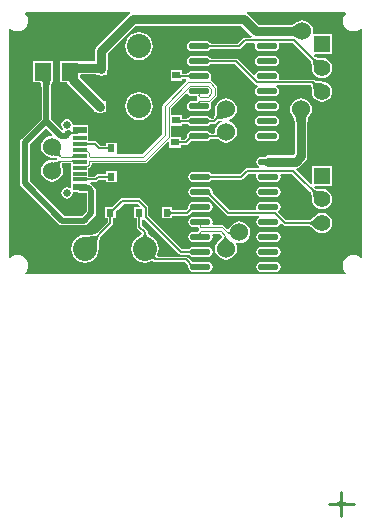
<source format=gtl>
G04*
G04 #@! TF.GenerationSoftware,Altium Limited,Altium Designer,22.0.2 (36)*
G04*
G04 Layer_Physical_Order=1*
G04 Layer_Color=255*
%FSLAX24Y24*%
%MOIN*%
G70*
G04*
G04 #@! TF.SameCoordinates,46051EB8-178F-4A71-8072-0C991FAB0142*
G04*
G04*
G04 #@! TF.FilePolarity,Positive*
G04*
G01*
G75*
%ADD10C,0.0060*%
%ADD14C,0.0100*%
%ADD15R,0.0256X0.0236*%
%ADD16O,0.0687X0.0220*%
%ADD17R,0.0236X0.0256*%
%ADD18R,0.0453X0.0236*%
%ADD19R,0.0453X0.0118*%
%ADD20R,0.0526X0.0591*%
%ADD34C,0.0300*%
%ADD35C,0.0200*%
%ADD36C,0.0040*%
%ADD37C,0.0800*%
%ADD38C,0.0600*%
%ADD39C,0.0551*%
%ADD40R,0.0551X0.0551*%
%ADD41C,0.0256*%
%ADD42O,0.0709X0.0394*%
%ADD43O,0.0827X0.0394*%
G36*
X9686Y7990D02*
X9673Y8001D01*
X9658Y8012D01*
X9641Y8021D01*
X9621Y8028D01*
X9600Y8035D01*
X9576Y8040D01*
X9551Y8045D01*
X9523Y8048D01*
X9460Y8050D01*
Y8350D01*
X9492Y8351D01*
X9551Y8355D01*
X9576Y8360D01*
X9600Y8365D01*
X9621Y8372D01*
X9641Y8379D01*
X9658Y8388D01*
X9673Y8399D01*
X9686Y8410D01*
Y7990D01*
D02*
G37*
G36*
X11346Y8788D02*
X11298Y8725D01*
X11263Y8640D01*
X11251Y8550D01*
X11263Y8460D01*
X11298Y8375D01*
X11353Y8303D01*
X11425Y8248D01*
X11510Y8213D01*
X11600Y8201D01*
X11690Y8213D01*
X11775Y8248D01*
X11838Y8296D01*
X11888Y8282D01*
Y668D01*
X11838Y654D01*
X11775Y702D01*
X11690Y737D01*
X11600Y749D01*
X11510Y737D01*
X11425Y702D01*
X11353Y647D01*
X11298Y575D01*
X11263Y490D01*
X11251Y400D01*
X11263Y310D01*
X11298Y225D01*
X11349Y159D01*
X11337Y109D01*
X663D01*
X651Y159D01*
X702Y225D01*
X737Y310D01*
X749Y400D01*
X737Y490D01*
X702Y575D01*
X647Y647D01*
X575Y702D01*
X490Y737D01*
X400Y749D01*
X310Y737D01*
X225Y702D01*
X162Y654D01*
X112Y668D01*
Y8282D01*
X162Y8296D01*
X225Y8248D01*
X310Y8213D01*
X400Y8201D01*
X490Y8213D01*
X575Y8248D01*
X647Y8303D01*
X702Y8375D01*
X737Y8460D01*
X749Y8550D01*
X737Y8640D01*
X702Y8725D01*
X654Y8788D01*
X668Y8838D01*
X4138D01*
X4153Y8788D01*
X4099Y8751D01*
X3098Y7751D01*
X3049Y7701D01*
X3002Y7632D01*
X2986Y7550D01*
Y7194D01*
X2473D01*
Y7205D01*
X1827D01*
Y6495D01*
X2064D01*
X2065Y6490D01*
X2111Y6420D01*
X2962Y5570D01*
Y5507D01*
X3039D01*
X3068Y5487D01*
X3150Y5471D01*
X3232Y5487D01*
X3261Y5507D01*
X3338D01*
Y5588D01*
X3348Y5603D01*
X3364Y5685D01*
X3348Y5767D01*
X3338Y5781D01*
Y5863D01*
X3275D01*
X2477Y6661D01*
Y6737D01*
X2522Y6766D01*
X3012D01*
Y6757D01*
X3089D01*
X3118Y6737D01*
X3200Y6721D01*
X3282Y6737D01*
X3311Y6757D01*
X3388D01*
Y6838D01*
X3398Y6853D01*
X3414Y6935D01*
Y7461D01*
X4339Y8386D01*
X7861D01*
X8199Y8049D01*
X8209Y8042D01*
X8194Y7992D01*
X7993D01*
X7958Y7985D01*
X7928Y7965D01*
X7755Y7792D01*
X6857D01*
X6850Y7795D01*
X6837Y7795D01*
X6828Y7796D01*
X6824Y7796D01*
X6823Y7798D01*
X6820Y7805D01*
X6817Y7806D01*
X6806Y7823D01*
X6750Y7860D01*
X6683Y7873D01*
X6216D01*
X6150Y7860D01*
X6094Y7823D01*
X6056Y7766D01*
X6043Y7700D01*
X6056Y7634D01*
X6094Y7577D01*
X6150Y7540D01*
X6216Y7527D01*
X6683D01*
X6750Y7540D01*
X6806Y7577D01*
X6817Y7594D01*
X6820Y7595D01*
X6823Y7602D01*
X6823Y7603D01*
X6838Y7605D01*
X6850Y7605D01*
X6857Y7608D01*
X7793D01*
X7828Y7615D01*
X7858Y7635D01*
X8031Y7808D01*
X8292D01*
X8317Y7758D01*
X8305Y7700D01*
X8318Y7634D01*
X8356Y7577D01*
X8412Y7540D01*
X8479Y7527D01*
X8946D01*
X9012Y7540D01*
X9068Y7577D01*
X9106Y7634D01*
X9119Y7700D01*
X9107Y7758D01*
X9132Y7808D01*
X9587D01*
X10166Y7229D01*
X10168Y7223D01*
X10176Y7214D01*
X10181Y7205D01*
X10187Y7191D01*
X10193Y7173D01*
X10198Y7151D01*
X10202Y7125D01*
X10209Y7019D01*
X10210Y6978D01*
X10212Y6972D01*
X10223Y6887D01*
X10257Y6806D01*
X10311Y6736D01*
X10381Y6682D01*
X10462Y6648D01*
X10550Y6637D01*
X10638Y6648D01*
X10719Y6682D01*
X10789Y6736D01*
X10843Y6806D01*
X10877Y6887D01*
X10888Y6975D01*
X10877Y7063D01*
X10843Y7144D01*
X10789Y7214D01*
X10719Y7268D01*
X10638Y7302D01*
X10553Y7313D01*
X10547Y7315D01*
X10505Y7316D01*
X10467Y7317D01*
X10400Y7323D01*
X10374Y7327D01*
X10352Y7332D01*
X10334Y7338D01*
X10320Y7344D01*
X10311Y7349D01*
X10302Y7357D01*
X10295Y7376D01*
X10326Y7426D01*
X10885D01*
Y8098D01*
X10299D01*
X10256Y8148D01*
X10263Y8200D01*
X10251Y8294D01*
X10214Y8382D01*
X10157Y8457D01*
X10082Y8514D01*
X9994Y8551D01*
X9900Y8563D01*
X9806Y8551D01*
X9718Y8514D01*
X9648Y8460D01*
X9643Y8459D01*
X9633Y8450D01*
X9624Y8444D01*
X9613Y8438D01*
X9600Y8433D01*
X9583Y8428D01*
X9564Y8423D01*
X9543Y8420D01*
X9489Y8415D01*
X9459Y8415D01*
X9457Y8414D01*
X8439D01*
X8101Y8751D01*
X8047Y8788D01*
X8062Y8838D01*
X11332D01*
X11346Y8788D01*
D02*
G37*
G36*
X6774Y7754D02*
X6777Y7749D01*
X6780Y7744D01*
X6786Y7741D01*
X6792Y7737D01*
X6801Y7735D01*
X6810Y7733D01*
X6822Y7731D01*
X6835Y7730D01*
X6849Y7730D01*
Y7670D01*
X6835Y7670D01*
X6810Y7667D01*
X6801Y7665D01*
X6792Y7663D01*
X6786Y7659D01*
X6780Y7656D01*
X6777Y7651D01*
X6774Y7646D01*
X6774Y7641D01*
Y7759D01*
X6774Y7754D01*
D02*
G37*
G36*
X10274Y7296D02*
X10291Y7286D01*
X10311Y7277D01*
X10335Y7270D01*
X10362Y7263D01*
X10392Y7258D01*
X10463Y7252D01*
X10503Y7251D01*
X10547Y7250D01*
X10275Y6978D01*
X10274Y7022D01*
X10267Y7133D01*
X10262Y7163D01*
X10255Y7190D01*
X10248Y7214D01*
X10239Y7234D01*
X10229Y7251D01*
X10218Y7264D01*
X10261Y7307D01*
X10274Y7296D01*
D02*
G37*
G36*
X11251Y-7419D02*
X11254Y-7436D01*
X11259Y-7451D01*
X11266Y-7464D01*
X11275Y-7475D01*
X11286Y-7484D01*
X11299Y-7491D01*
X11314Y-7496D01*
X11331Y-7499D01*
X11350Y-7500D01*
Y-7600D01*
X11331Y-7601D01*
X11314Y-7604D01*
X11299Y-7609D01*
X11286Y-7616D01*
X11275Y-7625D01*
X11266Y-7636D01*
X11259Y-7649D01*
X11254Y-7664D01*
X11251Y-7681D01*
X11250Y-7700D01*
X11150D01*
X11149Y-7681D01*
X11146Y-7664D01*
X11141Y-7649D01*
X11134Y-7636D01*
X11125Y-7625D01*
X11114Y-7616D01*
X11101Y-7609D01*
X11086Y-7604D01*
X11069Y-7601D01*
X11050Y-7600D01*
Y-7500D01*
X11069Y-7499D01*
X11086Y-7496D01*
X11101Y-7491D01*
X11114Y-7484D01*
X11125Y-7475D01*
X11134Y-7464D01*
X11141Y-7451D01*
X11146Y-7436D01*
X11149Y-7419D01*
X11150Y-7400D01*
X11250D01*
X11251Y-7419D01*
D02*
G37*
%LPC*%
G36*
X4450Y8164D02*
X4330Y8148D01*
X4218Y8102D01*
X4122Y8028D01*
X4048Y7932D01*
X4002Y7820D01*
X3986Y7700D01*
X4002Y7580D01*
X4048Y7468D01*
X4122Y7372D01*
X4218Y7298D01*
X4330Y7252D01*
X4450Y7236D01*
X4570Y7252D01*
X4682Y7298D01*
X4778Y7372D01*
X4852Y7468D01*
X4898Y7580D01*
X4914Y7700D01*
X4898Y7820D01*
X4852Y7932D01*
X4778Y8028D01*
X4682Y8102D01*
X4570Y8148D01*
X4450Y8164D01*
D02*
G37*
G36*
X8946Y7373D02*
X8479D01*
X8412Y7360D01*
X8356Y7323D01*
X8318Y7266D01*
X8305Y7200D01*
X8318Y7134D01*
X8356Y7077D01*
X8412Y7040D01*
X8479Y7027D01*
X8946D01*
X9012Y7040D01*
X9068Y7077D01*
X9106Y7134D01*
X9119Y7200D01*
X9106Y7266D01*
X9068Y7323D01*
X9012Y7360D01*
X8946Y7373D01*
D02*
G37*
G36*
X6683D02*
X6216D01*
X6150Y7360D01*
X6094Y7323D01*
X6056Y7266D01*
X6043Y7200D01*
X6056Y7134D01*
X6094Y7077D01*
X6150Y7040D01*
X6216Y7027D01*
X6683D01*
X6750Y7040D01*
X6806Y7077D01*
X6817Y7094D01*
X6820Y7095D01*
X6823Y7102D01*
X6823Y7103D01*
X6838Y7105D01*
X6850Y7105D01*
X6857Y7108D01*
X7658D01*
X8331Y6435D01*
X8361Y6415D01*
X8396Y6408D01*
X8410Y6362D01*
X8409Y6358D01*
X8356Y6323D01*
X8318Y6266D01*
X8305Y6200D01*
X8318Y6134D01*
X8356Y6077D01*
X8412Y6040D01*
X8479Y6027D01*
X8946D01*
X9012Y6040D01*
X9068Y6077D01*
X9106Y6134D01*
X9119Y6200D01*
X9106Y6266D01*
X9068Y6323D01*
X9015Y6358D01*
X9014Y6362D01*
X9038Y6408D01*
X10185D01*
X10187Y6403D01*
X10193Y6385D01*
X10198Y6363D01*
X10202Y6337D01*
X10209Y6231D01*
X10210Y6190D01*
X10212Y6184D01*
X10223Y6099D01*
X10257Y6018D01*
X10311Y5948D01*
X10381Y5894D01*
X10462Y5860D01*
X10550Y5849D01*
X10638Y5860D01*
X10719Y5894D01*
X10789Y5948D01*
X10843Y6018D01*
X10877Y6099D01*
X10888Y6187D01*
X10877Y6275D01*
X10843Y6356D01*
X10789Y6426D01*
X10719Y6480D01*
X10638Y6514D01*
X10553Y6525D01*
X10547Y6527D01*
X10505Y6528D01*
X10467Y6529D01*
X10400Y6535D01*
X10374Y6539D01*
X10352Y6544D01*
X10334Y6550D01*
X10320Y6556D01*
X10311Y6561D01*
X10302Y6569D01*
X10291Y6572D01*
X10272Y6585D01*
X10237Y6592D01*
X9132D01*
X9107Y6642D01*
X9119Y6700D01*
X9106Y6766D01*
X9068Y6823D01*
X9012Y6860D01*
X8946Y6873D01*
X8479D01*
X8412Y6860D01*
X8356Y6823D01*
X8323Y6773D01*
X8270Y6755D01*
X7761Y7265D01*
X7731Y7285D01*
X7696Y7292D01*
X6857D01*
X6850Y7295D01*
X6837Y7295D01*
X6828Y7296D01*
X6824Y7296D01*
X6823Y7298D01*
X6820Y7305D01*
X6817Y7306D01*
X6806Y7323D01*
X6750Y7360D01*
X6683Y7373D01*
D02*
G37*
G36*
X8946Y5873D02*
X8479D01*
X8412Y5860D01*
X8356Y5823D01*
X8318Y5766D01*
X8305Y5700D01*
X8318Y5634D01*
X8356Y5577D01*
X8412Y5540D01*
X8479Y5527D01*
X8946D01*
X9012Y5540D01*
X9068Y5577D01*
X9106Y5634D01*
X9119Y5700D01*
X9106Y5766D01*
X9068Y5823D01*
X9012Y5860D01*
X8946Y5873D01*
D02*
G37*
G36*
X1573Y7205D02*
X928D01*
Y6495D01*
X1152D01*
X1158Y6491D01*
X1169Y6490D01*
X1172Y6489D01*
X1173Y6488D01*
X1177Y6485D01*
X1182Y6477D01*
X1187Y6463D01*
X1192Y6444D01*
X1196Y6420D01*
X1199Y6390D01*
X1200Y6354D01*
X1202Y6350D01*
Y5282D01*
X535Y4615D01*
X499Y4562D01*
X487Y4500D01*
Y3132D01*
X499Y3069D01*
X535Y3016D01*
X1774Y1777D01*
X1827Y1742D01*
X1889Y1729D01*
X2618D01*
X2680Y1742D01*
X2733Y1777D01*
X2982Y2025D01*
X3017Y2078D01*
X3030Y2141D01*
Y2875D01*
X3017Y2937D01*
X2982Y2990D01*
X2888Y3084D01*
X2835Y3119D01*
X2834Y3119D01*
X2839Y3169D01*
X3002D01*
X3037Y3176D01*
X3066Y3196D01*
X3128Y3258D01*
X3347D01*
X3354Y3255D01*
X3355Y3255D01*
Y3162D01*
X3711D01*
Y3538D01*
X3355D01*
Y3445D01*
X3354Y3445D01*
X3347Y3442D01*
X3090D01*
X3055Y3435D01*
X3026Y3415D01*
X2964Y3353D01*
X2774D01*
X2767Y3356D01*
X2766Y3356D01*
Y3628D01*
X2779Y3636D01*
X2844Y3702D01*
X2844Y3702D01*
X2862Y3728D01*
X2868Y3759D01*
X2883Y3803D01*
X4654D01*
X4654Y3803D01*
X4685Y3810D01*
X4712Y3827D01*
X5416Y4532D01*
X5462Y4513D01*
Y4322D01*
X5838D01*
Y4405D01*
X5838Y4405D01*
X5846Y4408D01*
X6016D01*
X6052Y4415D01*
X6081Y4435D01*
X6158Y4512D01*
X6166Y4515D01*
X6175Y4524D01*
X6182Y4530D01*
X6186Y4533D01*
X6187Y4532D01*
X6195Y4529D01*
X6197Y4530D01*
X6216Y4527D01*
X6683D01*
X6750Y4540D01*
X6806Y4577D01*
X6817Y4594D01*
X6820Y4595D01*
X6823Y4602D01*
X6823Y4603D01*
X6838Y4605D01*
X6850Y4605D01*
X6857Y4608D01*
X7054D01*
X7078Y4613D01*
X7093Y4593D01*
X7168Y4536D01*
X7256Y4499D01*
X7350Y4487D01*
X7444Y4499D01*
X7532Y4536D01*
X7607Y4593D01*
X7664Y4668D01*
X7701Y4756D01*
X7713Y4850D01*
X7701Y4944D01*
X7664Y5032D01*
X7607Y5107D01*
X7532Y5164D01*
X7454Y5196D01*
X7449Y5225D01*
X7454Y5254D01*
X7532Y5286D01*
X7607Y5343D01*
X7664Y5418D01*
X7701Y5506D01*
X7713Y5600D01*
X7701Y5694D01*
X7664Y5782D01*
X7607Y5857D01*
X7532Y5914D01*
X7444Y5951D01*
X7350Y5963D01*
X7256Y5951D01*
X7168Y5914D01*
X7093Y5857D01*
X7036Y5782D01*
X6999Y5694D01*
X6987Y5602D01*
X6985Y5597D01*
X6985Y5550D01*
X6984Y5508D01*
X6977Y5434D01*
X6973Y5405D01*
X6967Y5380D01*
X6961Y5359D01*
X6954Y5344D01*
X6949Y5334D01*
X6940Y5324D01*
X6938Y5318D01*
X6912Y5292D01*
X6857D01*
X6850Y5295D01*
X6837Y5295D01*
X6828Y5296D01*
X6824Y5296D01*
X6823Y5298D01*
X6820Y5305D01*
X6817Y5306D01*
X6806Y5323D01*
X6750Y5360D01*
X6683Y5373D01*
X6216D01*
X6150Y5360D01*
X6094Y5323D01*
X6083Y5306D01*
X6080Y5305D01*
X6077Y5298D01*
X6077Y5297D01*
X6062Y5295D01*
X6050Y5295D01*
X6043Y5292D01*
X5896D01*
X5888Y5295D01*
X5888Y5295D01*
Y5411D01*
X5526D01*
Y5637D01*
X6011Y6123D01*
X6071Y6112D01*
X6094Y6077D01*
X6150Y6040D01*
X6216Y6027D01*
X6371D01*
X6375Y6007D01*
X6389Y5985D01*
X6392Y5980D01*
Y5920D01*
X6389Y5915D01*
X6375Y5893D01*
X6371Y5873D01*
X6216D01*
X6150Y5860D01*
X6094Y5823D01*
X6056Y5766D01*
X6043Y5700D01*
X6056Y5634D01*
X6094Y5577D01*
X6150Y5540D01*
X6216Y5527D01*
X6683D01*
X6750Y5540D01*
X6806Y5577D01*
X6844Y5634D01*
X6857Y5700D01*
X6844Y5766D01*
X6844Y5766D01*
X6850Y5827D01*
X7041Y6018D01*
X7041Y6018D01*
X7059Y6045D01*
X7065Y6076D01*
X7065Y6076D01*
Y6324D01*
X7065Y6324D01*
X7059Y6355D01*
X7041Y6382D01*
X7041Y6382D01*
X6865Y6558D01*
X6857Y6563D01*
X6836Y6623D01*
X6844Y6634D01*
X6857Y6700D01*
X6844Y6766D01*
X6806Y6823D01*
X6750Y6860D01*
X6683Y6873D01*
X6216D01*
X6150Y6860D01*
X6094Y6823D01*
X6083Y6806D01*
X6080Y6805D01*
X6077Y6798D01*
X6077Y6797D01*
X6062Y6795D01*
X6050Y6795D01*
X6043Y6792D01*
X5896D01*
X5888Y6795D01*
X5888Y6795D01*
Y6911D01*
X5512D01*
Y6555D01*
X5888D01*
Y6605D01*
X5888Y6605D01*
X5896Y6608D01*
X6018D01*
X6033Y6558D01*
X6032Y6558D01*
X6032Y6558D01*
X5257Y5783D01*
X5239Y5756D01*
X5233Y5725D01*
X5233Y5725D01*
Y4763D01*
X4566Y4097D01*
X3754D01*
X3711Y4112D01*
Y4488D01*
X3355D01*
Y4395D01*
X3354Y4395D01*
X3347Y4392D01*
X3155D01*
X3040Y4507D01*
X3010Y4527D01*
X2975Y4534D01*
X2774D01*
X2767Y4537D01*
X2766Y4537D01*
Y4717D01*
Y5073D01*
X2261D01*
X2249Y5088D01*
X2234Y5161D01*
X2192Y5223D01*
X2130Y5265D01*
X2057Y5279D01*
X1984Y5265D01*
X1921Y5223D01*
X1880Y5161D01*
X1865Y5088D01*
X1880Y5014D01*
X1921Y4952D01*
X1926Y4907D01*
X1875Y4905D01*
X1528Y5253D01*
Y6351D01*
X1530Y6355D01*
X1530Y6392D01*
X1534Y6452D01*
X1537Y6474D01*
X1540Y6491D01*
X1541Y6495D01*
X1573D01*
Y6547D01*
X1577Y6556D01*
X1574Y6563D01*
X1575Y6570D01*
X1573Y6573D01*
Y7205D01*
D02*
G37*
G36*
X4450Y6164D02*
X4330Y6148D01*
X4218Y6102D01*
X4122Y6028D01*
X4048Y5932D01*
X4002Y5820D01*
X3986Y5700D01*
X4002Y5580D01*
X4048Y5468D01*
X4122Y5372D01*
X4218Y5298D01*
X4330Y5252D01*
X4450Y5236D01*
X4570Y5252D01*
X4682Y5298D01*
X4778Y5372D01*
X4852Y5468D01*
X4898Y5580D01*
X4914Y5700D01*
X4898Y5820D01*
X4852Y5932D01*
X4778Y6028D01*
X4682Y6102D01*
X4570Y6148D01*
X4450Y6164D01*
D02*
G37*
G36*
X8946Y5373D02*
X8479D01*
X8412Y5360D01*
X8356Y5323D01*
X8318Y5266D01*
X8305Y5200D01*
X8318Y5134D01*
X8356Y5077D01*
X8412Y5040D01*
X8479Y5027D01*
X8946D01*
X9012Y5040D01*
X9068Y5077D01*
X9106Y5134D01*
X9119Y5200D01*
X9106Y5266D01*
X9068Y5323D01*
X9012Y5360D01*
X8946Y5373D01*
D02*
G37*
G36*
Y4873D02*
X8479D01*
X8412Y4860D01*
X8356Y4823D01*
X8318Y4766D01*
X8305Y4700D01*
X8318Y4634D01*
X8356Y4577D01*
X8412Y4540D01*
X8479Y4527D01*
X8946D01*
X9012Y4540D01*
X9068Y4577D01*
X9106Y4634D01*
X9119Y4700D01*
X9106Y4766D01*
X9068Y4823D01*
X9012Y4860D01*
X8946Y4873D01*
D02*
G37*
G36*
X9850Y5963D02*
X9756Y5951D01*
X9668Y5914D01*
X9593Y5857D01*
X9536Y5782D01*
X9499Y5694D01*
X9487Y5600D01*
X9499Y5506D01*
X9536Y5418D01*
X9590Y5348D01*
X9592Y5342D01*
X9600Y5333D01*
X9606Y5324D01*
X9612Y5313D01*
X9618Y5299D01*
X9623Y5283D01*
X9627Y5264D01*
X9630Y5242D01*
X9635Y5189D01*
X9635Y5159D01*
X9636Y5157D01*
Y4114D01*
X9586Y4064D01*
X8762D01*
X8680Y4048D01*
X8643Y4023D01*
X8529D01*
X8462Y4010D01*
X8406Y3973D01*
X8368Y3916D01*
X8355Y3850D01*
X8368Y3784D01*
X8406Y3727D01*
X8459Y3692D01*
X8460Y3688D01*
X8436Y3642D01*
X8043D01*
X8008Y3635D01*
X7978Y3615D01*
X7805Y3442D01*
X6907D01*
X6900Y3445D01*
X6887Y3445D01*
X6878Y3446D01*
X6874Y3446D01*
X6873Y3448D01*
X6870Y3455D01*
X6867Y3456D01*
X6856Y3473D01*
X6800Y3510D01*
X6733Y3523D01*
X6266D01*
X6200Y3510D01*
X6144Y3473D01*
X6106Y3416D01*
X6093Y3350D01*
X6106Y3284D01*
X6144Y3227D01*
X6200Y3190D01*
X6266Y3177D01*
X6733D01*
X6800Y3190D01*
X6856Y3227D01*
X6867Y3244D01*
X6870Y3245D01*
X6873Y3252D01*
X6873Y3253D01*
X6888Y3255D01*
X6900Y3255D01*
X6907Y3258D01*
X7843D01*
X7878Y3265D01*
X7908Y3285D01*
X8081Y3458D01*
X8342D01*
X8367Y3408D01*
X8355Y3350D01*
X8368Y3284D01*
X8406Y3227D01*
X8462Y3190D01*
X8529Y3177D01*
X8996D01*
X9062Y3190D01*
X9118Y3227D01*
X9156Y3284D01*
X9169Y3350D01*
X9157Y3408D01*
X9182Y3458D01*
X9562D01*
X10166Y2854D01*
X10168Y2848D01*
X10176Y2839D01*
X10181Y2830D01*
X10187Y2816D01*
X10193Y2798D01*
X10198Y2776D01*
X10202Y2750D01*
X10209Y2644D01*
X10210Y2603D01*
X10212Y2597D01*
X10223Y2512D01*
X10257Y2431D01*
X10311Y2361D01*
X10381Y2307D01*
X10462Y2273D01*
X10550Y2262D01*
X10638Y2273D01*
X10719Y2307D01*
X10789Y2361D01*
X10843Y2431D01*
X10877Y2512D01*
X10888Y2600D01*
X10877Y2688D01*
X10843Y2769D01*
X10789Y2839D01*
X10719Y2893D01*
X10638Y2927D01*
X10553Y2938D01*
X10547Y2940D01*
X10505Y2941D01*
X10467Y2942D01*
X10400Y2948D01*
X10374Y2952D01*
X10352Y2957D01*
X10334Y2963D01*
X10320Y2969D01*
X10311Y2974D01*
X10302Y2982D01*
X10295Y3002D01*
X10326Y3052D01*
X10885D01*
Y3722D01*
X10215D01*
Y3131D01*
X10168Y3111D01*
X9692Y3588D01*
X9708Y3643D01*
X9757Y3652D01*
X9826Y3699D01*
X10002Y3874D01*
X10048Y3944D01*
X10065Y4026D01*
Y5156D01*
X10065Y5158D01*
X10068Y5218D01*
X10070Y5242D01*
X10074Y5264D01*
X10078Y5283D01*
X10083Y5300D01*
X10089Y5314D01*
X10095Y5325D01*
X10100Y5333D01*
X10109Y5343D01*
X10111Y5349D01*
X10164Y5418D01*
X10201Y5506D01*
X10213Y5600D01*
X10201Y5694D01*
X10164Y5782D01*
X10107Y5857D01*
X10032Y5914D01*
X9944Y5951D01*
X9850Y5963D01*
D02*
G37*
G36*
X8996Y3023D02*
X8529D01*
X8462Y3010D01*
X8406Y2973D01*
X8368Y2916D01*
X8355Y2850D01*
X8368Y2784D01*
X8406Y2727D01*
X8462Y2690D01*
X8529Y2677D01*
X8996D01*
X9062Y2690D01*
X9118Y2727D01*
X9156Y2784D01*
X9169Y2850D01*
X9156Y2916D01*
X9118Y2973D01*
X9062Y3010D01*
X8996Y3023D01*
D02*
G37*
G36*
X6733Y2523D02*
X6266D01*
X6200Y2510D01*
X6144Y2473D01*
X6106Y2416D01*
X6093Y2350D01*
X6097Y2331D01*
X6096Y2328D01*
X6099Y2321D01*
X6099Y2319D01*
X6090Y2308D01*
X6082Y2299D01*
X6079Y2292D01*
X6028Y2242D01*
X5570D01*
X5563Y2245D01*
X5563Y2245D01*
Y2338D01*
X5207D01*
Y1962D01*
X5563D01*
Y2055D01*
X5563Y2055D01*
X5570Y2058D01*
X6066D01*
X6102Y2065D01*
X6131Y2085D01*
X6208Y2162D01*
X6216Y2165D01*
X6225Y2174D01*
X6232Y2180D01*
X6236Y2183D01*
X6237Y2183D01*
X6245Y2179D01*
X6247Y2180D01*
X6266Y2177D01*
X6733D01*
X6800Y2190D01*
X6856Y2227D01*
X6894Y2284D01*
X6907Y2350D01*
X6894Y2416D01*
X6856Y2473D01*
X6800Y2510D01*
X6733Y2523D01*
D02*
G37*
G36*
Y3023D02*
X6266D01*
X6200Y3010D01*
X6144Y2973D01*
X6106Y2916D01*
X6093Y2850D01*
X6106Y2784D01*
X6144Y2727D01*
X6200Y2690D01*
X6266Y2677D01*
X6733D01*
X6753Y2680D01*
X6755Y2679D01*
X6763Y2682D01*
X6764Y2683D01*
X6776Y2673D01*
X6784Y2665D01*
X6792Y2662D01*
X7369Y2085D01*
X7398Y2065D01*
X7434Y2058D01*
X8436D01*
X8460Y2012D01*
X8459Y2008D01*
X8406Y1973D01*
X8368Y1916D01*
X8355Y1850D01*
X8368Y1784D01*
X8406Y1727D01*
X8462Y1690D01*
X8529Y1677D01*
X8996D01*
X9062Y1690D01*
X9118Y1727D01*
X9151Y1777D01*
X9204Y1795D01*
X9251Y1747D01*
X9281Y1727D01*
X9316Y1720D01*
X10099D01*
X10105Y1717D01*
X10117Y1716D01*
X10127Y1714D01*
X10140Y1708D01*
X10157Y1699D01*
X10177Y1687D01*
X10198Y1672D01*
X10278Y1602D01*
X10307Y1573D01*
X10313Y1571D01*
X10381Y1519D01*
X10462Y1485D01*
X10550Y1474D01*
X10638Y1485D01*
X10719Y1519D01*
X10789Y1573D01*
X10843Y1643D01*
X10877Y1724D01*
X10888Y1812D01*
X10877Y1900D01*
X10843Y1981D01*
X10789Y2051D01*
X10719Y2105D01*
X10638Y2139D01*
X10550Y2150D01*
X10462Y2139D01*
X10381Y2105D01*
X10313Y2053D01*
X10307Y2051D01*
X10277Y2021D01*
X10249Y1995D01*
X10198Y1952D01*
X10177Y1937D01*
X10157Y1925D01*
X10140Y1916D01*
X10127Y1910D01*
X10117Y1908D01*
X10105Y1907D01*
X10099Y1904D01*
X9354D01*
X9094Y2165D01*
X9098Y2214D01*
X9118Y2227D01*
X9156Y2284D01*
X9169Y2350D01*
X9156Y2416D01*
X9118Y2473D01*
X9062Y2510D01*
X8996Y2523D01*
X8529D01*
X8462Y2510D01*
X8406Y2473D01*
X8368Y2416D01*
X8355Y2350D01*
X8367Y2292D01*
X8342Y2242D01*
X7472D01*
X6921Y2792D01*
X6918Y2799D01*
X6910Y2808D01*
X6904Y2815D01*
X6901Y2819D01*
X6901Y2821D01*
X6904Y2828D01*
X6903Y2831D01*
X6907Y2850D01*
X6894Y2916D01*
X6856Y2973D01*
X6800Y3010D01*
X6733Y3023D01*
D02*
G37*
G36*
X8996Y1523D02*
X8529D01*
X8462Y1510D01*
X8406Y1473D01*
X8368Y1416D01*
X8355Y1350D01*
X8368Y1284D01*
X8406Y1227D01*
X8462Y1190D01*
X8529Y1177D01*
X8996D01*
X9062Y1190D01*
X9118Y1227D01*
X9156Y1284D01*
X9169Y1350D01*
X9156Y1416D01*
X9118Y1473D01*
X9062Y1510D01*
X8996Y1523D01*
D02*
G37*
G36*
X6733Y2023D02*
X6266D01*
X6200Y2010D01*
X6144Y1973D01*
X6106Y1916D01*
X6093Y1850D01*
X6106Y1784D01*
X6144Y1727D01*
X6200Y1690D01*
X6266Y1677D01*
X6421D01*
X6425Y1657D01*
X6439Y1635D01*
X6442Y1630D01*
Y1570D01*
X6439Y1565D01*
X6425Y1543D01*
X6421Y1523D01*
X6266D01*
X6200Y1510D01*
X6144Y1473D01*
X6106Y1416D01*
X6093Y1350D01*
X6106Y1284D01*
X6144Y1227D01*
X6200Y1190D01*
X6266Y1177D01*
X6733D01*
X6800Y1190D01*
X6856Y1227D01*
X6894Y1284D01*
X6907Y1350D01*
X6896Y1403D01*
X6924Y1453D01*
X7139D01*
X7235Y1358D01*
X7233Y1351D01*
X7227Y1339D01*
X7218Y1325D01*
X7207Y1310D01*
X7193Y1295D01*
X7177Y1279D01*
X7157Y1262D01*
X7133Y1243D01*
X7130Y1237D01*
X7123Y1234D01*
X7121Y1228D01*
X7093Y1207D01*
X7036Y1132D01*
X6999Y1044D01*
X6987Y950D01*
X6999Y856D01*
X7036Y768D01*
X7093Y693D01*
X7168Y636D01*
X7256Y599D01*
X7350Y587D01*
X7444Y599D01*
X7532Y636D01*
X7607Y693D01*
X7664Y768D01*
X7701Y856D01*
X7713Y950D01*
X7701Y1044D01*
X7674Y1108D01*
X7696Y1136D01*
X7712Y1149D01*
X7800Y1137D01*
X7894Y1149D01*
X7982Y1186D01*
X8057Y1243D01*
X8114Y1318D01*
X8151Y1406D01*
X8163Y1500D01*
X8151Y1594D01*
X8114Y1682D01*
X8057Y1757D01*
X7982Y1814D01*
X7894Y1851D01*
X7800Y1863D01*
X7706Y1851D01*
X7618Y1814D01*
X7543Y1757D01*
X7486Y1682D01*
X7459Y1619D01*
X7410Y1604D01*
X7400Y1608D01*
X7285Y1723D01*
X7258Y1740D01*
X7227Y1747D01*
X7227Y1747D01*
X6924D01*
X6896Y1797D01*
X6907Y1850D01*
X6894Y1916D01*
X6856Y1973D01*
X6800Y2010D01*
X6733Y2023D01*
D02*
G37*
G36*
X8996Y1023D02*
X8529D01*
X8462Y1010D01*
X8406Y973D01*
X8368Y916D01*
X8355Y850D01*
X8368Y784D01*
X8406Y727D01*
X8462Y690D01*
X8529Y677D01*
X8996D01*
X9062Y690D01*
X9118Y727D01*
X9156Y784D01*
X9169Y850D01*
X9156Y916D01*
X9118Y973D01*
X9062Y1010D01*
X8996Y1023D01*
D02*
G37*
G36*
X4450Y2642D02*
X3900D01*
X3865Y2635D01*
X3835Y2615D01*
X3590Y2369D01*
X3582Y2367D01*
X3559Y2345D01*
X3552Y2339D01*
X3552Y2339D01*
X3549Y2340D01*
X3544Y2338D01*
X3538Y2340D01*
X3533Y2338D01*
X3322D01*
Y1962D01*
X3405D01*
X3405Y1962D01*
X3408Y1954D01*
Y1838D01*
X3045Y1475D01*
X3040Y1474D01*
X3026Y1463D01*
X3011Y1455D01*
X2989Y1446D01*
X2960Y1438D01*
X2925Y1430D01*
X2884Y1425D01*
X2719Y1415D01*
X2654Y1415D01*
X2651Y1414D01*
X2650Y1414D01*
X2530Y1398D01*
X2418Y1352D01*
X2322Y1278D01*
X2248Y1182D01*
X2202Y1070D01*
X2186Y950D01*
X2202Y830D01*
X2248Y718D01*
X2322Y622D01*
X2418Y548D01*
X2530Y502D01*
X2650Y486D01*
X2770Y502D01*
X2882Y548D01*
X2978Y622D01*
X3052Y718D01*
X3098Y830D01*
X3114Y950D01*
X3114Y951D01*
X3115Y953D01*
X3117Y1080D01*
X3125Y1183D01*
X3131Y1225D01*
X3138Y1260D01*
X3146Y1289D01*
X3155Y1311D01*
X3163Y1326D01*
X3174Y1340D01*
X3175Y1345D01*
X3565Y1735D01*
X3585Y1765D01*
X3592Y1800D01*
Y1954D01*
X3595Y1962D01*
X3595Y1962D01*
X3678D01*
Y2171D01*
X3680Y2174D01*
X3678Y2182D01*
Y2186D01*
X3678Y2186D01*
X3682Y2192D01*
X3713Y2228D01*
X3727Y2243D01*
X3730Y2250D01*
X3731Y2251D01*
X3737Y2256D01*
X3737Y2257D01*
X3938Y2458D01*
X4412D01*
X4486Y2384D01*
X4467Y2338D01*
X4289D01*
Y1962D01*
X4372D01*
X4372Y1962D01*
X4376Y1954D01*
Y1683D01*
X4383Y1648D01*
X4402Y1618D01*
X4551Y1469D01*
X4547Y1457D01*
X4540Y1445D01*
X4532Y1432D01*
X4521Y1419D01*
X4507Y1406D01*
X4490Y1393D01*
X4470Y1381D01*
X4445Y1367D01*
X4439Y1361D01*
X4418Y1352D01*
X4322Y1278D01*
X4248Y1182D01*
X4202Y1070D01*
X4186Y950D01*
X4202Y830D01*
X4248Y718D01*
X4322Y622D01*
X4418Y548D01*
X4530Y502D01*
X4650Y486D01*
X4770Y502D01*
X4853Y536D01*
X4862Y536D01*
X4876Y543D01*
X4885Y546D01*
X4892Y547D01*
X4899Y548D01*
X4905Y547D01*
X4910Y546D01*
X4916Y544D01*
X4923Y540D01*
X4930Y535D01*
X4941Y525D01*
X4955Y520D01*
X4970Y510D01*
X5005Y503D01*
X5984D01*
X6079Y408D01*
X6082Y401D01*
X6090Y392D01*
X6096Y385D01*
X6099Y381D01*
X6099Y379D01*
X6096Y372D01*
X6097Y369D01*
X6093Y350D01*
X6106Y284D01*
X6144Y227D01*
X6200Y190D01*
X6266Y177D01*
X6733D01*
X6800Y190D01*
X6856Y227D01*
X6894Y284D01*
X6907Y350D01*
X6894Y416D01*
X6856Y473D01*
X6800Y510D01*
X6733Y523D01*
X6266D01*
X6247Y520D01*
X6245Y521D01*
X6237Y518D01*
X6236Y517D01*
X6224Y527D01*
X6216Y535D01*
X6208Y538D01*
X6087Y659D01*
X6057Y679D01*
X6022Y686D01*
X5097D01*
X5089Y690D01*
X5084Y694D01*
X5078Y700D01*
X5063Y736D01*
X5064Y738D01*
X5064Y747D01*
X5098Y830D01*
X5114Y950D01*
X5098Y1070D01*
X5052Y1182D01*
X4978Y1278D01*
X4882Y1352D01*
X4861Y1361D01*
X4855Y1367D01*
X4830Y1381D01*
X4810Y1393D01*
X4793Y1406D01*
X4779Y1419D01*
X4768Y1432D01*
X4760Y1445D01*
X4753Y1457D01*
X4749Y1471D01*
X4746Y1485D01*
X4745Y1504D01*
X4738Y1517D01*
X4735Y1535D01*
X4715Y1565D01*
X4559Y1721D01*
Y1912D01*
X4607Y1959D01*
X4612Y1959D01*
X5785Y785D01*
X5815Y765D01*
X5850Y758D01*
X6093D01*
X6100Y755D01*
X6113Y755D01*
X6122Y754D01*
X6126Y754D01*
X6127Y752D01*
X6130Y745D01*
X6133Y744D01*
X6144Y727D01*
X6200Y690D01*
X6266Y677D01*
X6733D01*
X6800Y690D01*
X6856Y727D01*
X6894Y784D01*
X6907Y850D01*
X6894Y916D01*
X6856Y973D01*
X6800Y1010D01*
X6733Y1023D01*
X6266D01*
X6200Y1010D01*
X6144Y973D01*
X6133Y956D01*
X6130Y955D01*
X6127Y948D01*
X6127Y947D01*
X6112Y945D01*
X6100Y945D01*
X6093Y942D01*
X5888D01*
X4767Y2063D01*
Y2325D01*
X4760Y2360D01*
X4740Y2389D01*
X4515Y2615D01*
X4485Y2635D01*
X4450Y2642D01*
D02*
G37*
G36*
X8996Y523D02*
X8529D01*
X8462Y510D01*
X8406Y473D01*
X8368Y416D01*
X8355Y350D01*
X8368Y284D01*
X8406Y227D01*
X8462Y190D01*
X8529Y177D01*
X8996D01*
X9062Y190D01*
X9118Y227D01*
X9156Y284D01*
X9169Y350D01*
X9156Y416D01*
X9118Y473D01*
X9062Y510D01*
X8996Y523D01*
D02*
G37*
%LPD*%
G36*
X6774Y7254D02*
X6777Y7249D01*
X6780Y7244D01*
X6786Y7241D01*
X6792Y7237D01*
X6801Y7235D01*
X6810Y7233D01*
X6822Y7231D01*
X6835Y7230D01*
X6849Y7230D01*
Y7170D01*
X6835Y7170D01*
X6810Y7167D01*
X6801Y7165D01*
X6792Y7163D01*
X6786Y7159D01*
X6780Y7156D01*
X6777Y7151D01*
X6774Y7146D01*
X6774Y7141D01*
Y7259D01*
X6774Y7254D01*
D02*
G37*
G36*
X10274Y6508D02*
X10291Y6498D01*
X10311Y6489D01*
X10335Y6482D01*
X10362Y6475D01*
X10392Y6470D01*
X10463Y6464D01*
X10503Y6463D01*
X10547Y6462D01*
X10275Y6190D01*
X10274Y6234D01*
X10267Y6345D01*
X10262Y6375D01*
X10255Y6402D01*
X10248Y6426D01*
X10239Y6446D01*
X10229Y6463D01*
X10218Y6476D01*
X10261Y6519D01*
X10274Y6508D01*
D02*
G37*
G36*
X6126Y6641D02*
X6126Y6646D01*
X6123Y6651D01*
X6120Y6656D01*
X6114Y6659D01*
X6108Y6663D01*
X6099Y6665D01*
X6090Y6667D01*
X6078Y6669D01*
X6065Y6670D01*
X6051Y6670D01*
Y6730D01*
X6065Y6730D01*
X6090Y6733D01*
X6099Y6735D01*
X6108Y6737D01*
X6114Y6741D01*
X6120Y6744D01*
X6123Y6749D01*
X6126Y6754D01*
X6126Y6759D01*
Y6641D01*
D02*
G37*
G36*
X5827Y6754D02*
X5829Y6749D01*
X5832Y6745D01*
X5836Y6741D01*
X5842Y6737D01*
X5848Y6735D01*
X5856Y6733D01*
X5865Y6731D01*
X5875Y6730D01*
X5887Y6730D01*
Y6670D01*
X5875Y6670D01*
X5865Y6669D01*
X5856Y6667D01*
X5848Y6665D01*
X5842Y6662D01*
X5836Y6659D01*
X5832Y6655D01*
X5829Y6651D01*
X5827Y6646D01*
X5827Y6640D01*
Y6760D01*
X5827Y6754D01*
D02*
G37*
G36*
X1503Y6554D02*
X1495Y6548D01*
X1488Y6538D01*
X1482Y6524D01*
X1477Y6506D01*
X1472Y6484D01*
X1469Y6458D01*
X1465Y6394D01*
X1465Y6356D01*
X1265D01*
X1264Y6394D01*
X1261Y6428D01*
X1256Y6458D01*
X1249Y6484D01*
X1240Y6506D01*
X1229Y6524D01*
X1216Y6538D01*
X1201Y6548D01*
X1184Y6554D01*
X1165Y6556D01*
X1512D01*
X1503Y6554D01*
D02*
G37*
G36*
X6486Y6091D02*
X6483Y6090D01*
X6480Y6088D01*
X6477Y6085D01*
X6475Y6081D01*
X6473Y6077D01*
X6472Y6071D01*
X6471Y6065D01*
X6470Y6058D01*
X6470Y6050D01*
X6430D01*
X6430Y6058D01*
X6429Y6065D01*
X6428Y6071D01*
X6427Y6077D01*
X6425Y6081D01*
X6423Y6085D01*
X6420Y6088D01*
X6417Y6090D01*
X6414Y6091D01*
X6410Y6091D01*
X6490D01*
X6486Y6091D01*
D02*
G37*
G36*
X6470Y5842D02*
X6471Y5835D01*
X6472Y5829D01*
X6473Y5823D01*
X6475Y5819D01*
X6477Y5815D01*
X6480Y5812D01*
X6483Y5810D01*
X6486Y5809D01*
X6490Y5809D01*
X6410D01*
X6414Y5809D01*
X6417Y5810D01*
X6420Y5812D01*
X6423Y5815D01*
X6425Y5819D01*
X6427Y5823D01*
X6428Y5829D01*
X6429Y5835D01*
X6430Y5842D01*
X6430Y5850D01*
X6470D01*
X6470Y5842D01*
D02*
G37*
G36*
X7347Y5300D02*
X7298Y5300D01*
X7176Y5292D01*
X7142Y5286D01*
X7113Y5280D01*
X7087Y5272D01*
X7065Y5263D01*
X7047Y5252D01*
X7033Y5240D01*
X6990Y5283D01*
X7002Y5297D01*
X7013Y5315D01*
X7022Y5337D01*
X7030Y5363D01*
X7036Y5392D01*
X7042Y5426D01*
X7048Y5504D01*
X7050Y5548D01*
X7050Y5597D01*
X7347Y5300D01*
D02*
G37*
G36*
X6774Y5254D02*
X6777Y5249D01*
X6780Y5244D01*
X6786Y5241D01*
X6792Y5237D01*
X6801Y5235D01*
X6810Y5233D01*
X6822Y5231D01*
X6835Y5230D01*
X6849Y5230D01*
Y5170D01*
X6835Y5170D01*
X6810Y5167D01*
X6801Y5165D01*
X6792Y5163D01*
X6786Y5159D01*
X6780Y5156D01*
X6777Y5151D01*
X6774Y5146D01*
X6774Y5141D01*
Y5259D01*
X6774Y5254D01*
D02*
G37*
G36*
X6126Y5141D02*
X6126Y5146D01*
X6123Y5151D01*
X6120Y5156D01*
X6114Y5159D01*
X6108Y5163D01*
X6099Y5165D01*
X6090Y5167D01*
X6078Y5169D01*
X6065Y5170D01*
X6051Y5170D01*
Y5230D01*
X6065Y5230D01*
X6090Y5233D01*
X6099Y5235D01*
X6108Y5237D01*
X6114Y5241D01*
X6120Y5244D01*
X6123Y5249D01*
X6126Y5254D01*
X6126Y5259D01*
Y5141D01*
D02*
G37*
G36*
X5826Y5254D02*
X5828Y5249D01*
X5831Y5245D01*
X5835Y5241D01*
X5841Y5238D01*
X5848Y5235D01*
X5856Y5233D01*
X5865Y5231D01*
X5875Y5230D01*
X5887Y5230D01*
Y5170D01*
X5875Y5170D01*
X5865Y5169D01*
X5856Y5167D01*
X5848Y5165D01*
X5841Y5163D01*
X5835Y5159D01*
X5831Y5155D01*
X5828Y5151D01*
X5826Y5146D01*
X5826Y5140D01*
Y5260D01*
X5826Y5254D01*
D02*
G37*
G36*
X7202Y5178D02*
X7168Y5164D01*
X7093Y5107D01*
X7036Y5032D01*
X6999Y4944D01*
X6987Y4850D01*
X6990Y4829D01*
X6957Y4792D01*
X6857D01*
X6850Y4795D01*
X6837Y4795D01*
X6828Y4796D01*
X6824Y4796D01*
X6823Y4798D01*
X6820Y4805D01*
X6817Y4806D01*
X6806Y4823D01*
X6750Y4860D01*
X6683Y4873D01*
X6216D01*
X6150Y4860D01*
X6094Y4823D01*
X6056Y4766D01*
X6043Y4700D01*
X6047Y4681D01*
X6046Y4678D01*
X6049Y4671D01*
X6049Y4669D01*
X6040Y4658D01*
X6032Y4649D01*
X6029Y4642D01*
X5978Y4592D01*
X5846D01*
X5838Y4595D01*
X5838Y4595D01*
Y4678D01*
X5526D01*
Y5055D01*
X5888D01*
Y5105D01*
X5888Y5105D01*
X5896Y5108D01*
X6043D01*
X6050Y5105D01*
X6063Y5105D01*
X6072Y5104D01*
X6076Y5104D01*
X6077Y5102D01*
X6080Y5095D01*
X6083Y5094D01*
X6094Y5077D01*
X6150Y5040D01*
X6216Y5027D01*
X6683D01*
X6750Y5040D01*
X6806Y5077D01*
X6817Y5094D01*
X6820Y5095D01*
X6823Y5102D01*
X6823Y5103D01*
X6838Y5105D01*
X6850Y5105D01*
X6857Y5108D01*
X6950D01*
X6985Y5115D01*
X7015Y5135D01*
X7068Y5189D01*
X7074Y5190D01*
X7084Y5199D01*
X7094Y5204D01*
X7109Y5211D01*
X7130Y5217D01*
X7155Y5223D01*
X7183Y5227D01*
X7190Y5228D01*
X7202Y5178D01*
D02*
G37*
G36*
X2255Y4778D02*
X2254Y4778D01*
X2253Y4778D01*
X2250Y4777D01*
X2195Y4777D01*
Y4837D01*
X2206Y4837D01*
X2217Y4838D01*
X2226Y4839D01*
X2233Y4842D01*
X2240Y4844D01*
X2245Y4848D01*
X2250Y4851D01*
X2253Y4856D01*
X2254Y4861D01*
X2255Y4867D01*
Y4778D01*
D02*
G37*
G36*
X7097Y4689D02*
X7075Y4679D01*
X7033Y4721D01*
X7039Y4728D01*
X7060Y4751D01*
X7062Y4754D01*
X7063Y4757D01*
X7064Y4759D01*
X7064Y4761D01*
X7097Y4689D01*
D02*
G37*
G36*
X6774Y4754D02*
X6777Y4749D01*
X6780Y4744D01*
X6786Y4741D01*
X6792Y4737D01*
X6801Y4735D01*
X6810Y4733D01*
X6822Y4731D01*
X6835Y4730D01*
X6849Y4730D01*
Y4670D01*
X6835Y4670D01*
X6810Y4667D01*
X6801Y4665D01*
X6792Y4663D01*
X6786Y4659D01*
X6780Y4656D01*
X6777Y4651D01*
X6774Y4646D01*
X6774Y4641D01*
Y4759D01*
X6774Y4754D01*
D02*
G37*
G36*
X6195Y4594D02*
X6190Y4598D01*
X6185Y4600D01*
X6179Y4600D01*
X6173Y4599D01*
X6166Y4597D01*
X6158Y4593D01*
X6150Y4587D01*
X6141Y4580D01*
X6131Y4572D01*
X6121Y4562D01*
X6078Y4604D01*
X6088Y4615D01*
X6104Y4633D01*
X6109Y4642D01*
X6113Y4649D01*
X6116Y4656D01*
X6117Y4663D01*
X6116Y4669D01*
X6114Y4674D01*
X6111Y4678D01*
X6195Y4594D01*
D02*
G37*
G36*
X5777Y4554D02*
X5779Y4549D01*
X5782Y4545D01*
X5786Y4541D01*
X5792Y4538D01*
X5798Y4535D01*
X5806Y4533D01*
X5815Y4531D01*
X5825Y4530D01*
X5837Y4530D01*
Y4470D01*
X5825Y4470D01*
X5815Y4469D01*
X5806Y4467D01*
X5798Y4465D01*
X5792Y4462D01*
X5786Y4459D01*
X5782Y4455D01*
X5779Y4451D01*
X5777Y4446D01*
X5777Y4440D01*
Y4560D01*
X5777Y4554D01*
D02*
G37*
G36*
X2706Y4495D02*
X2708Y4490D01*
X2711Y4486D01*
X2715Y4482D01*
X2720Y4479D01*
X2727Y4477D01*
X2735Y4475D01*
X2744Y4473D01*
X2754Y4472D01*
X2765Y4472D01*
Y4412D01*
X2754Y4412D01*
X2744Y4411D01*
X2735Y4410D01*
X2727Y4408D01*
X2720Y4405D01*
X2715Y4402D01*
X2711Y4399D01*
X2708Y4394D01*
X2706Y4390D01*
X2705Y4384D01*
Y4500D01*
X2706Y4495D01*
D02*
G37*
G36*
X3417Y4240D02*
X3416Y4246D01*
X3415Y4251D01*
X3411Y4255D01*
X3407Y4259D01*
X3402Y4263D01*
X3395Y4265D01*
X3387Y4267D01*
X3378Y4269D01*
X3367Y4270D01*
X3356Y4270D01*
Y4330D01*
X3367Y4330D01*
X3378Y4331D01*
X3387Y4333D01*
X3395Y4335D01*
X3402Y4338D01*
X3407Y4341D01*
X3411Y4345D01*
X3415Y4349D01*
X3416Y4354D01*
X3417Y4360D01*
Y4240D01*
D02*
G37*
G36*
X1833Y4242D02*
X1824Y4179D01*
X1823Y4151D01*
X1824Y4125D01*
X1828Y4102D01*
X1833Y4080D01*
X1841Y4061D01*
X1852Y4044D01*
X1864Y4029D01*
X1836Y4001D01*
X1821Y4013D01*
X1804Y4024D01*
X1785Y4033D01*
X1762Y4040D01*
X1737Y4046D01*
X1710Y4050D01*
X1680Y4053D01*
X1647Y4054D01*
X1574Y4051D01*
X1841Y4277D01*
X1833Y4242D01*
D02*
G37*
G36*
X2255Y3991D02*
X2255Y3991D01*
X2253Y3992D01*
X2251Y3993D01*
X2249Y3993D01*
X2245Y3994D01*
X2235Y3995D01*
X2215Y3995D01*
Y4035D01*
X2223Y4035D01*
X2229Y4036D01*
X2235Y4037D01*
X2241Y4038D01*
X2245Y4040D01*
X2249Y4042D01*
X2251Y4045D01*
X2253Y4048D01*
X2255Y4051D01*
X2255Y4055D01*
Y3991D01*
D02*
G37*
G36*
X1561Y4758D02*
X1537Y4711D01*
X1456Y4701D01*
X1368Y4664D01*
X1293Y4607D01*
X1236Y4532D01*
X1199Y4444D01*
X1187Y4350D01*
X1199Y4256D01*
X1236Y4168D01*
X1293Y4093D01*
X1368Y4036D01*
X1456Y3999D01*
X1550Y3987D01*
X1564Y3989D01*
X1569Y3986D01*
X1573Y3988D01*
X1577Y3986D01*
X1648Y3989D01*
X1676Y3988D01*
X1702Y3986D01*
X1711Y3985D01*
X1730Y3950D01*
X1711Y3915D01*
X1702Y3914D01*
X1677Y3912D01*
X1614Y3912D01*
X1578Y3914D01*
X1573Y3912D01*
X1569Y3914D01*
X1564Y3911D01*
X1550Y3913D01*
X1456Y3901D01*
X1368Y3864D01*
X1293Y3807D01*
X1236Y3732D01*
X1199Y3644D01*
X1187Y3550D01*
X1199Y3456D01*
X1236Y3368D01*
X1293Y3293D01*
X1368Y3236D01*
X1456Y3199D01*
X1550Y3187D01*
X1644Y3199D01*
X1732Y3236D01*
X1807Y3293D01*
X1864Y3368D01*
X1901Y3456D01*
X1913Y3550D01*
X1904Y3622D01*
X1906Y3628D01*
X1904Y3632D01*
X1904Y3637D01*
X1897Y3670D01*
X1892Y3699D01*
X1889Y3726D01*
X1888Y3749D01*
X1889Y3769D01*
X1891Y3785D01*
X1895Y3799D01*
X1897Y3803D01*
X2194D01*
Y3339D01*
Y3007D01*
X2144Y2980D01*
X2130Y2989D01*
X2057Y3004D01*
X1984Y2989D01*
X1921Y2948D01*
X1880Y2886D01*
X1865Y2812D01*
X1880Y2739D01*
X1921Y2677D01*
X1984Y2635D01*
X2057Y2621D01*
X2130Y2635D01*
X2192Y2677D01*
X2234Y2739D01*
X2249Y2812D01*
X2261Y2827D01*
X2404D01*
X2418Y2818D01*
X2480Y2805D01*
X2703D01*
Y2208D01*
X2551Y2055D01*
X1957D01*
X813Y3199D01*
Y4432D01*
X1350Y4969D01*
X1561Y4758D01*
D02*
G37*
G36*
X1864Y3871D02*
X1852Y3856D01*
X1841Y3839D01*
X1833Y3820D01*
X1828Y3798D01*
X1824Y3775D01*
X1823Y3749D01*
X1824Y3721D01*
X1828Y3690D01*
X1833Y3658D01*
X1841Y3623D01*
X1574Y3849D01*
X1612Y3847D01*
X1680Y3847D01*
X1710Y3850D01*
X1737Y3854D01*
X1762Y3860D01*
X1785Y3867D01*
X1804Y3876D01*
X1821Y3887D01*
X1836Y3899D01*
X1864Y3871D01*
D02*
G37*
G36*
X2255Y3845D02*
X2255Y3849D01*
X2253Y3852D01*
X2251Y3855D01*
X2249Y3858D01*
X2245Y3860D01*
X2241Y3862D01*
X2235Y3863D01*
X2229Y3864D01*
X2223Y3865D01*
X2215Y3865D01*
Y3905D01*
X2223Y3905D01*
X2249Y3907D01*
X2251Y3907D01*
X2253Y3908D01*
X2255Y3909D01*
X2255Y3909D01*
Y3845D01*
D02*
G37*
G36*
X3417Y3290D02*
X3416Y3296D01*
X3415Y3301D01*
X3411Y3305D01*
X3407Y3309D01*
X3402Y3313D01*
X3395Y3315D01*
X3387Y3317D01*
X3378Y3319D01*
X3367Y3320D01*
X3356Y3320D01*
Y3380D01*
X3367Y3380D01*
X3378Y3381D01*
X3387Y3383D01*
X3395Y3385D01*
X3402Y3388D01*
X3407Y3391D01*
X3411Y3395D01*
X3415Y3399D01*
X3416Y3404D01*
X3417Y3410D01*
Y3290D01*
D02*
G37*
G36*
X2706Y3314D02*
X2708Y3309D01*
X2711Y3305D01*
X2715Y3301D01*
X2720Y3298D01*
X2727Y3296D01*
X2735Y3294D01*
X2744Y3292D01*
X2754Y3291D01*
X2765Y3291D01*
Y3231D01*
X2754Y3231D01*
X2744Y3230D01*
X2735Y3229D01*
X2727Y3227D01*
X2720Y3224D01*
X2715Y3221D01*
X2711Y3217D01*
X2708Y3213D01*
X2706Y3208D01*
X2705Y3203D01*
Y3319D01*
X2706Y3314D01*
D02*
G37*
G36*
X10049Y5373D02*
X10039Y5358D01*
X10030Y5341D01*
X10022Y5322D01*
X10015Y5300D01*
X10010Y5277D01*
X10006Y5251D01*
X10003Y5223D01*
X10000Y5160D01*
X9700Y5160D01*
X9700Y5192D01*
X9695Y5250D01*
X9691Y5276D01*
X9685Y5300D01*
X9679Y5321D01*
X9671Y5340D01*
X9662Y5358D01*
X9652Y5373D01*
X9640Y5385D01*
X10060Y5386D01*
X10049Y5373D01*
D02*
G37*
G36*
X6824Y3404D02*
X6827Y3399D01*
X6830Y3394D01*
X6836Y3391D01*
X6842Y3387D01*
X6851Y3385D01*
X6860Y3383D01*
X6872Y3381D01*
X6885Y3380D01*
X6899Y3380D01*
Y3320D01*
X6885Y3320D01*
X6860Y3317D01*
X6851Y3315D01*
X6842Y3313D01*
X6836Y3309D01*
X6830Y3306D01*
X6827Y3301D01*
X6824Y3296D01*
X6824Y3291D01*
Y3409D01*
X6824Y3404D01*
D02*
G37*
G36*
X10274Y2921D02*
X10291Y2911D01*
X10311Y2902D01*
X10335Y2895D01*
X10362Y2888D01*
X10392Y2883D01*
X10463Y2877D01*
X10503Y2876D01*
X10547Y2875D01*
X10275Y2603D01*
X10274Y2647D01*
X10267Y2758D01*
X10262Y2788D01*
X10255Y2815D01*
X10248Y2839D01*
X10239Y2859D01*
X10229Y2876D01*
X10218Y2889D01*
X10261Y2932D01*
X10274Y2921D01*
D02*
G37*
G36*
X6245Y2244D02*
X6240Y2248D01*
X6235Y2250D01*
X6229Y2250D01*
X6223Y2249D01*
X6216Y2247D01*
X6208Y2243D01*
X6200Y2237D01*
X6191Y2230D01*
X6181Y2222D01*
X6171Y2212D01*
X6128Y2254D01*
X6138Y2265D01*
X6154Y2283D01*
X6159Y2292D01*
X6163Y2299D01*
X6166Y2306D01*
X6167Y2313D01*
X6166Y2319D01*
X6164Y2324D01*
X6161Y2328D01*
X6245Y2244D01*
D02*
G37*
G36*
X5501Y2204D02*
X5503Y2199D01*
X5506Y2195D01*
X5510Y2191D01*
X5516Y2188D01*
X5522Y2185D01*
X5530Y2183D01*
X5540Y2181D01*
X5550Y2180D01*
X5562Y2180D01*
Y2120D01*
X5550Y2120D01*
X5540Y2119D01*
X5530Y2117D01*
X5522Y2115D01*
X5516Y2113D01*
X5510Y2109D01*
X5506Y2105D01*
X5503Y2101D01*
X5501Y2096D01*
X5500Y2090D01*
Y2210D01*
X5501Y2204D01*
D02*
G37*
G36*
X6836Y2824D02*
X6834Y2819D01*
X6833Y2813D01*
X6834Y2806D01*
X6837Y2799D01*
X6841Y2792D01*
X6846Y2783D01*
X6853Y2774D01*
X6862Y2765D01*
X6872Y2754D01*
X6829Y2712D01*
X6819Y2722D01*
X6800Y2737D01*
X6792Y2743D01*
X6784Y2747D01*
X6777Y2749D01*
X6771Y2750D01*
X6765Y2750D01*
X6760Y2748D01*
X6755Y2744D01*
X6839Y2828D01*
X6836Y2824D01*
D02*
G37*
G36*
X10353Y1619D02*
X10322Y1650D01*
X10238Y1723D01*
X10213Y1741D01*
X10189Y1756D01*
X10167Y1767D01*
X10147Y1775D01*
X10128Y1780D01*
X10111Y1782D01*
Y1842D01*
X10128Y1844D01*
X10147Y1849D01*
X10167Y1857D01*
X10189Y1868D01*
X10213Y1883D01*
X10238Y1901D01*
X10292Y1946D01*
X10322Y1974D01*
X10353Y2005D01*
Y1619D01*
D02*
G37*
G36*
X6536Y1741D02*
X6533Y1740D01*
X6530Y1738D01*
X6527Y1735D01*
X6525Y1731D01*
X6523Y1727D01*
X6522Y1721D01*
X6521Y1715D01*
X6520Y1708D01*
X6520Y1700D01*
X6480D01*
X6480Y1708D01*
X6479Y1715D01*
X6478Y1721D01*
X6477Y1727D01*
X6475Y1731D01*
X6473Y1735D01*
X6470Y1738D01*
X6467Y1740D01*
X6464Y1741D01*
X6460Y1741D01*
X6540D01*
X6536Y1741D01*
D02*
G37*
G36*
X6520Y1492D02*
X6521Y1485D01*
X6522Y1479D01*
X6523Y1473D01*
X6525Y1469D01*
X6527Y1465D01*
X6530Y1462D01*
X6533Y1460D01*
X6536Y1459D01*
X6540Y1459D01*
X6460D01*
X6464Y1459D01*
X6467Y1460D01*
X6470Y1462D01*
X6473Y1465D01*
X6475Y1469D01*
X6477Y1473D01*
X6478Y1479D01*
X6479Y1485D01*
X6480Y1492D01*
X6480Y1500D01*
X6520D01*
X6520Y1492D01*
D02*
G37*
G36*
X7526Y1379D02*
X7519Y1393D01*
X7510Y1406D01*
X7502Y1418D01*
X7492Y1427D01*
X7482Y1436D01*
X7470Y1443D01*
X7458Y1448D01*
X7445Y1452D01*
X7431Y1454D01*
X7417Y1455D01*
Y1495D01*
X7431Y1496D01*
X7444Y1498D01*
X7456Y1502D01*
X7466Y1508D01*
X7476Y1515D01*
X7485Y1523D01*
X7493Y1534D01*
X7499Y1546D01*
X7505Y1559D01*
X7509Y1574D01*
X7526Y1379D01*
D02*
G37*
G36*
X7346Y1364D02*
X7351Y1346D01*
X7358Y1328D01*
X7367Y1311D01*
X7380Y1294D01*
X7395Y1278D01*
X7413Y1262D01*
X7434Y1247D01*
X7458Y1232D01*
X7485Y1218D01*
X7173Y1192D01*
X7198Y1211D01*
X7220Y1231D01*
X7240Y1250D01*
X7257Y1269D01*
X7272Y1288D01*
X7284Y1307D01*
X7293Y1326D01*
X7300Y1345D01*
X7304Y1364D01*
X7305Y1383D01*
X7345D01*
X7346Y1364D01*
D02*
G37*
G36*
X3681Y2288D02*
X3665Y2272D01*
X3630Y2231D01*
X3623Y2220D01*
X3617Y2210D01*
X3614Y2201D01*
X3612Y2194D01*
X3613Y2187D01*
X3616Y2182D01*
X3542Y2276D01*
X3546Y2272D01*
X3551Y2270D01*
X3557Y2270D01*
X3564Y2271D01*
X3572Y2275D01*
X3581Y2280D01*
X3591Y2287D01*
X3602Y2296D01*
X3627Y2319D01*
X3681Y2288D01*
D02*
G37*
G36*
X4522Y2023D02*
X4517Y2021D01*
X4512Y2018D01*
X4508Y2014D01*
X4505Y2008D01*
X4502Y2002D01*
X4500Y1994D01*
X4499Y1985D01*
X4498Y1975D01*
X4497Y1963D01*
X4437D01*
X4437Y1975D01*
X4436Y1985D01*
X4435Y1994D01*
X4433Y2002D01*
X4430Y2008D01*
X4427Y2014D01*
X4423Y2018D01*
X4418Y2021D01*
X4413Y2023D01*
X4407Y2023D01*
X4527D01*
X4522Y2023D01*
D02*
G37*
G36*
X3554Y2023D02*
X3549Y2021D01*
X3545Y2018D01*
X3541Y2014D01*
X3537Y2008D01*
X3535Y2002D01*
X3533Y1994D01*
X3531Y1985D01*
X3530Y1975D01*
X3530Y1963D01*
X3470D01*
X3470Y1975D01*
X3469Y1985D01*
X3467Y1994D01*
X3465Y2002D01*
X3462Y2008D01*
X3459Y2014D01*
X3455Y2018D01*
X3451Y2021D01*
X3446Y2023D01*
X3440Y2023D01*
X3560D01*
X3554Y2023D01*
D02*
G37*
G36*
X4681Y1477D02*
X4686Y1454D01*
X4693Y1433D01*
X4703Y1412D01*
X4716Y1393D01*
X4732Y1374D01*
X4751Y1356D01*
X4773Y1340D01*
X4797Y1324D01*
X4825Y1310D01*
X4475D01*
X4503Y1324D01*
X4527Y1340D01*
X4549Y1356D01*
X4568Y1374D01*
X4584Y1393D01*
X4597Y1412D01*
X4607Y1433D01*
X4614Y1454D01*
X4619Y1477D01*
X4620Y1500D01*
X4680D01*
X4681Y1477D01*
D02*
G37*
G36*
X3123Y1381D02*
X3108Y1363D01*
X3096Y1339D01*
X3084Y1310D01*
X3075Y1276D01*
X3066Y1236D01*
X3060Y1190D01*
X3052Y1083D01*
X3050Y954D01*
X2654Y1350D01*
X2721Y1350D01*
X2890Y1360D01*
X2936Y1366D01*
X2976Y1375D01*
X3010Y1384D01*
X3039Y1396D01*
X3063Y1408D01*
X3081Y1423D01*
X3123Y1381D01*
D02*
G37*
G36*
X6176Y791D02*
X6176Y796D01*
X6173Y801D01*
X6170Y806D01*
X6164Y809D01*
X6158Y813D01*
X6149Y815D01*
X6140Y817D01*
X6128Y819D01*
X6115Y820D01*
X6101Y820D01*
Y880D01*
X6115Y880D01*
X6140Y883D01*
X6149Y885D01*
X6158Y887D01*
X6164Y891D01*
X6170Y894D01*
X6173Y899D01*
X6176Y904D01*
X6176Y909D01*
Y791D01*
D02*
G37*
G36*
X4997Y748D02*
X4992Y732D01*
X4988Y716D01*
X4987Y701D01*
X4988Y686D01*
X4992Y671D01*
X4997Y657D01*
X5005Y643D01*
X5015Y629D01*
X5027Y616D01*
X4984Y573D01*
X4971Y585D01*
X4957Y595D01*
X4943Y603D01*
X4929Y608D01*
X4914Y612D01*
X4899Y613D01*
X4884Y612D01*
X4868Y608D01*
X4852Y603D01*
X4835Y595D01*
X5005Y765D01*
X4997Y748D01*
D02*
G37*
G36*
X6181Y478D02*
X6200Y463D01*
X6208Y457D01*
X6216Y453D01*
X6223Y451D01*
X6229Y450D01*
X6235Y450D01*
X6240Y452D01*
X6245Y456D01*
X6161Y372D01*
X6164Y376D01*
X6166Y381D01*
X6167Y387D01*
X6166Y394D01*
X6163Y401D01*
X6159Y408D01*
X6154Y417D01*
X6147Y426D01*
X6138Y435D01*
X6128Y446D01*
X6171Y488D01*
X6181Y478D01*
D02*
G37*
D10*
X9600Y3550D02*
X10550Y2600D01*
X8043Y3550D02*
X9600D01*
X7843Y3350D02*
X8043Y3550D01*
X2114Y4807D02*
X2392D01*
X2107Y4800D02*
X2114Y4807D01*
X2392D02*
X2480Y4895D01*
X3002Y3261D02*
X3090Y3350D01*
X3533D01*
X2480Y3261D02*
X3002D01*
X2975Y4442D02*
X3117Y4300D01*
X3533D01*
X2480Y4442D02*
X2975D01*
X6500Y2850D02*
X6733D01*
X7434Y2150D01*
X8978D01*
X9316Y1812D01*
X10550D01*
X6500Y3350D02*
X7843D01*
X10237Y6500D02*
X10550Y6187D01*
X8396Y6500D02*
X10237D01*
X7696Y7200D02*
X8396Y6500D01*
X6450Y7200D02*
X7696D01*
X9625Y7900D02*
X10550Y6975D01*
X7993Y7900D02*
X9625D01*
X7793Y7700D02*
X7993Y7900D01*
X6450Y7700D02*
X7793D01*
X6450Y4700D02*
X7054D01*
X7204Y4850D01*
X7350D01*
X6950Y5200D02*
X7350Y5600D01*
X6450Y5200D02*
X6950D01*
X5700Y6733D02*
X5733Y6700D01*
X6450D01*
X6266Y2350D02*
X6500D01*
X5385Y2150D02*
X6066D01*
X6266Y2350D01*
X4467Y1683D02*
X4650Y1500D01*
X4467Y1683D02*
Y2150D01*
X4650Y950D02*
Y1500D01*
X4675Y2025D02*
X5850Y850D01*
X6500D01*
X4675Y2025D02*
Y2325D01*
X6022Y595D02*
X6266Y350D01*
X5005Y595D02*
X6022D01*
X4650Y950D02*
X5005Y595D01*
X6266Y350D02*
X6500D01*
X3500Y1800D02*
Y2150D01*
X2650Y950D02*
X3500Y1800D01*
Y2160D02*
X3588Y2248D01*
X3598D02*
X3900Y2550D01*
X3500Y2150D02*
Y2160D01*
X3588Y2248D02*
X3598D01*
X3900Y2550D02*
X4450D01*
X4675Y2325D01*
X6016Y4500D02*
X6216Y4700D01*
X6450D01*
X5650Y4500D02*
X6016D01*
X5733Y5200D02*
X6450D01*
X5700Y5233D02*
X5733Y5200D01*
D14*
X11200Y-7953D02*
Y-7147D01*
X10797Y-7550D02*
X11603D01*
D15*
X5650Y4165D02*
D03*
Y4500D02*
D03*
X3150Y5350D02*
D03*
Y5685D02*
D03*
X3200Y6600D02*
D03*
Y6935D02*
D03*
X5700Y5567D02*
D03*
Y5233D02*
D03*
X5700Y6733D02*
D03*
Y7067D02*
D03*
D16*
X8712Y4700D02*
D03*
Y5200D02*
D03*
Y5700D02*
D03*
Y6200D02*
D03*
Y6700D02*
D03*
Y7200D02*
D03*
Y7700D02*
D03*
Y8200D02*
D03*
X6450Y4700D02*
D03*
Y5200D02*
D03*
Y5700D02*
D03*
Y6200D02*
D03*
Y6700D02*
D03*
Y7200D02*
D03*
Y7700D02*
D03*
Y8200D02*
D03*
X8762Y350D02*
D03*
Y850D02*
D03*
Y1350D02*
D03*
Y1850D02*
D03*
Y2350D02*
D03*
Y2850D02*
D03*
Y3350D02*
D03*
Y3850D02*
D03*
X6500Y350D02*
D03*
Y850D02*
D03*
Y1350D02*
D03*
Y1850D02*
D03*
Y2350D02*
D03*
Y2850D02*
D03*
Y3350D02*
D03*
Y3850D02*
D03*
D17*
X5385Y2150D02*
D03*
X5050D02*
D03*
X3533Y4300D02*
D03*
X3867D02*
D03*
X3533Y3350D02*
D03*
X3867D02*
D03*
X3165Y2150D02*
D03*
X3500D02*
D03*
X4133Y2150D02*
D03*
X4467D02*
D03*
D18*
X2480Y5210D02*
D03*
Y4895D02*
D03*
Y2690D02*
D03*
Y3005D02*
D03*
D19*
Y3261D02*
D03*
Y3458D02*
D03*
Y3655D02*
D03*
Y3852D02*
D03*
Y4048D02*
D03*
Y4245D02*
D03*
Y4442D02*
D03*
Y4639D02*
D03*
D20*
X2150Y6850D02*
D03*
X1250D02*
D03*
D34*
X4250Y8600D02*
X7950D01*
X3200Y7550D02*
X3249Y7599D01*
Y7599D02*
X4250Y8600D01*
X3249Y7599D02*
Y7599D01*
X3200Y6935D02*
Y7550D01*
X2263Y6980D02*
X3073D01*
X2150Y6867D02*
X2263Y6980D01*
X2150Y6850D02*
Y6867D01*
X8712Y8200D02*
X9900D01*
X8350D02*
X8712D01*
X2263Y6572D02*
Y6737D01*
X2150Y6850D02*
X2263Y6737D01*
Y6572D02*
X3150Y5685D01*
X9850Y4026D02*
Y5600D01*
X9675Y3850D02*
X9850Y4026D01*
X8762Y3850D02*
X9675D01*
X7950Y8600D02*
X8350Y8200D01*
D35*
X2008Y4708D02*
X2100Y4800D01*
X2107D01*
X1350Y5200D02*
X1842Y4708D01*
X2008D01*
X650Y3132D02*
Y4500D01*
Y3132D02*
X1889Y1892D01*
X2480Y2968D02*
Y3005D01*
Y2968D02*
X2773D01*
X2866Y2875D01*
X1889Y1892D02*
X2618D01*
X2866Y2141D01*
Y2875D01*
X1365Y5200D02*
Y6736D01*
X1350Y5200D02*
X1365D01*
X1250Y6850D02*
X1365Y6736D01*
X650Y4500D02*
X1350Y5200D01*
D36*
X7325Y975D02*
Y1383D01*
X7173Y1535D02*
X7325Y1383D01*
Y975D02*
X7350Y950D01*
X7775Y1475D02*
X7800Y1500D01*
X7417Y1475D02*
X7775D01*
X6500Y1350D02*
Y1512D01*
X6523Y1535D02*
X7173D01*
X6523Y1665D02*
X7227D01*
X6500Y1688D02*
X6523Y1665D01*
X6500Y1688D02*
Y1850D01*
X7227Y1665D02*
X7417Y1475D01*
X6500Y1512D02*
X6523Y1535D01*
X2447Y4015D02*
X2480Y4048D01*
X1850Y4015D02*
X2447D01*
X1550Y4315D02*
Y4350D01*
Y4315D02*
X1850Y4015D01*
X2447Y3885D02*
X2480Y3852D01*
X1850Y3885D02*
X2447D01*
X1550Y3585D02*
X1850Y3885D01*
X1550Y3550D02*
Y3585D01*
X4600Y4015D02*
X5315Y4730D01*
Y5725D02*
X6090Y6500D01*
X6450Y5700D02*
Y5862D01*
X5315Y4730D02*
Y5725D01*
X5445Y4676D02*
Y5671D01*
X6793Y5885D02*
X6984Y6076D01*
X5445Y5671D02*
X6143Y6370D01*
X6473Y5885D02*
X6793D01*
X6143Y6370D02*
X6754D01*
X6739Y6015D02*
X6854Y6130D01*
Y6270D01*
X6450Y6038D02*
Y6200D01*
Y5862D02*
X6473Y5885D01*
X6808Y6500D02*
X6984Y6324D01*
X4654Y3885D02*
X5445Y4676D01*
X6090Y6500D02*
X6808D01*
X6754Y6370D02*
X6854Y6270D01*
X6473Y6015D02*
X6739D01*
X6984Y6076D02*
Y6324D01*
X6450Y6038D02*
X6473Y6015D01*
X2810Y3885D02*
X4654D01*
X2810Y4015D02*
X4600D01*
X2480Y4245D02*
X2519Y4206D01*
X2721D02*
X2786Y4141D01*
X2519Y4206D02*
X2721D01*
X2786Y4038D02*
Y4141D01*
Y4038D02*
X2810Y4015D01*
X2786Y3759D02*
Y3862D01*
X2721Y3694D02*
X2786Y3759D01*
X2519Y3694D02*
X2721D01*
X2480Y3655D02*
X2519Y3694D01*
X2786Y3862D02*
X2810Y3885D01*
D37*
X4450Y7700D02*
D03*
Y5700D02*
D03*
X2650Y950D02*
D03*
X4650D02*
D03*
D38*
X9900Y8200D02*
D03*
X9850Y5600D02*
D03*
X7350Y4850D02*
D03*
Y5600D02*
D03*
Y950D02*
D03*
X7800Y1500D02*
D03*
X1550Y3550D02*
D03*
Y4350D02*
D03*
D39*
X10550Y1025D02*
D03*
Y1812D02*
D03*
Y2600D02*
D03*
Y5400D02*
D03*
Y6187D02*
D03*
Y6975D02*
D03*
D40*
Y3387D02*
D03*
Y7762D02*
D03*
D41*
X2057Y2812D02*
D03*
Y5088D02*
D03*
D42*
X620Y2249D02*
D03*
X620Y5651D02*
D03*
D43*
X2254Y2249D02*
D03*
X2254Y5651D02*
D03*
M02*

</source>
